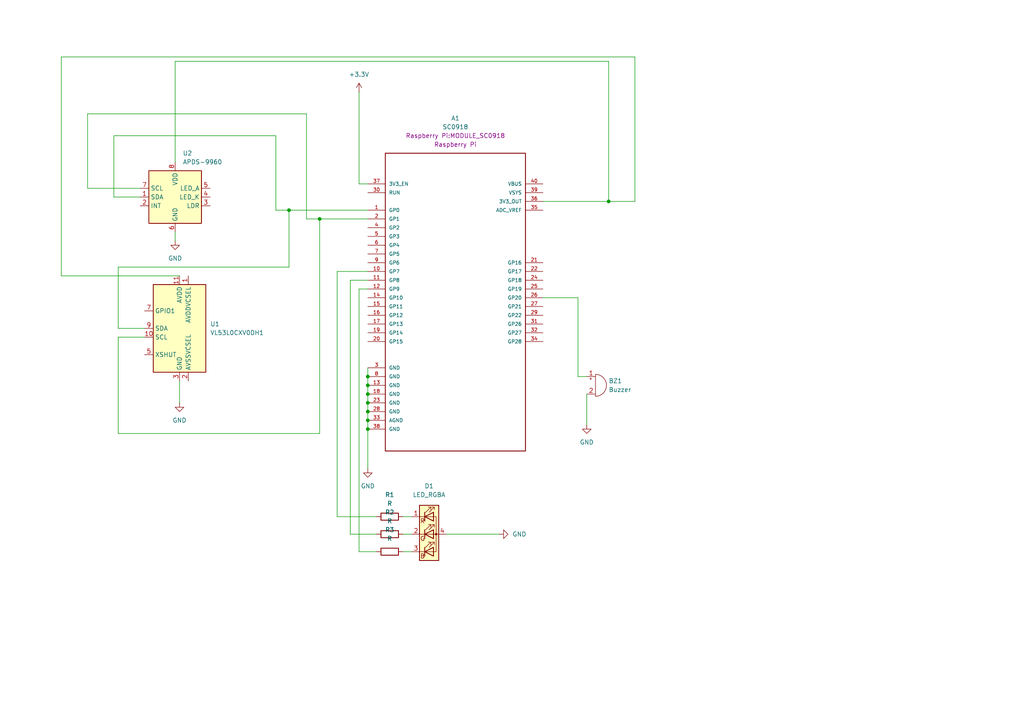
<source format=kicad_sch>
(kicad_sch (version 20231120) (generator "eeschema") (generator_version "8.0")
  (paper "A4")
  (lib_symbols
    (symbol "Device:Buzzer" (pin_names (offset 0.0254) hide)
      (property "Reference" "BZ" (at 3.81 1.27 0))
      (property "Value" "Buzzer" (at 3.81 -1.27 0))
      (symbol "Buzzer_0_1"
        (arc (start 0 -3.175) (mid 3.1612 0) (end 0 3.175))
        (polyline (pts (xy -1.651 1.905) (xy -1.143 1.905)))
        (polyline (pts (xy -1.397 2.159) (xy -1.397 1.651)))
        (polyline (pts (xy 0 3.175) (xy 0 -3.175)))
      )
      (symbol "Buzzer_1_1"
        (pin passive line (at -2.54 2.54 0) (length 2.54) (name "+") (number "1"))
        (pin passive line (at -2.54 -2.54 0) (length 2.54) (name "-") (number "2"))
      )
    )
    (symbol "Device:LED_RGBA" (pin_names (offset 0) hide)
      (property "Reference" "D" (at 0 9.398 0))
      (property "Value" "LED_RGBA" (at 0 -8.89 0))
      (symbol "LED_RGBA_0_0"
        (text "B" (at -1.905 -6.35 0) (effects (font (size 1.27 1.27))))
        (text "G" (at -1.905 -1.27 0) (effects (font (size 1.27 1.27))))
        (text "R" (at -1.905 3.81 0) (effects (font (size 1.27 1.27))))
      )
      (symbol "LED_RGBA_0_1"
        (polyline (pts (xy -1.27 -5.08) (xy -2.54 -5.08)))
        (polyline (pts (xy -1.27 -5.08) (xy 1.27 -5.08)))
        (polyline (pts (xy -1.27 -3.81) (xy -1.27 -6.35)) (stroke (width 0.254)))
        (polyline (pts (xy -1.27 0) (xy -2.54 0)))
        (polyline (pts (xy -1.27 1.27) (xy -1.27 -1.27)) (stroke (width 0.254)))
        (polyline (pts (xy -1.27 5.08) (xy -2.54 5.08)))
        (polyline (pts (xy -1.27 5.08) (xy 1.27 5.08)))
        (polyline (pts (xy -1.27 6.35) (xy -1.27 3.81)) (stroke (width 0.254)))
        (polyline (pts (xy 1.27 0) (xy -1.27 0)))
        (polyline (pts (xy 1.27 0) (xy 2.54 0)))
        (polyline (pts (xy -1.27 1.27) (xy -1.27 -1.27) (xy -1.27 -1.27)))
        (polyline (pts (xy -1.27 6.35) (xy -1.27 3.81) (xy -1.27 3.81)))
        (polyline (pts (xy 1.27 -5.08) (xy 2.032 -5.08) (xy 2.032 5.08) (xy 1.27 5.08)))
        (polyline (pts (xy 1.27 -3.81) (xy 1.27 -6.35) (xy -1.27 -5.08) (xy 1.27 -3.81)) (stroke (width 0.254)))
        (polyline (pts (xy 1.27 1.27) (xy 1.27 -1.27) (xy -1.27 0) (xy 1.27 1.27)) (stroke (width 0.254)))
        (polyline (pts (xy 1.27 6.35) (xy 1.27 3.81) (xy -1.27 5.08) (xy 1.27 6.35)) (stroke (width 0.254)))
        (polyline (pts (xy -1.016 -3.81) (xy 0.508 -2.286) (xy -0.254 -2.286) (xy 0.508 -2.286) (xy 0.508 -3.048)))
        (polyline (pts (xy -1.016 1.27) (xy 0.508 2.794) (xy -0.254 2.794) (xy 0.508 2.794) (xy 0.508 2.032)))
        (polyline (pts (xy -1.016 6.35) (xy 0.508 7.874) (xy -0.254 7.874) (xy 0.508 7.874) (xy 0.508 7.112)))
        (polyline (pts (xy 0 -3.81) (xy 1.524 -2.286) (xy 0.762 -2.286) (xy 1.524 -2.286) (xy 1.524 -3.048)))
        (polyline (pts (xy 0 1.27) (xy 1.524 2.794) (xy 0.762 2.794) (xy 1.524 2.794) (xy 1.524 2.032)))
        (polyline (pts (xy 0 6.35) (xy 1.524 7.874) (xy 0.762 7.874) (xy 1.524 7.874) (xy 1.524 7.112)))
        (rectangle (start 1.27 -1.27) (end 1.27 1.27))
        (rectangle (start 1.27 1.27) (end 1.27 1.27))
        (rectangle (start 1.27 3.81) (end 1.27 6.35))
        (rectangle (start 1.27 6.35) (end 1.27 6.35))
        (circle (center 2.032 0) (radius 0.254) (fill (type outline)))
        (rectangle (start 2.794 8.382) (end -2.794 -7.62) (stroke (width 0.254)) (fill (type background)))
      )
      (symbol "LED_RGBA_1_1"
        (pin passive line (at -5.08 5.08 0) (length 2.54) (name "RK") (number "1"))
        (pin passive line (at -5.08 0 0) (length 2.54) (name "GK") (number "2"))
        (pin passive line (at -5.08 -5.08 0) (length 2.54) (name "BK") (number "3"))
        (pin passive line (at 5.08 0 180) (length 2.54) (name "A") (number "4"))
      )
    )
    (symbol "Device:R" (pin_numbers hide) (pin_names (offset 0))
      (property "Reference" "R" (at 2.032 0 90))
      (property "Value" "R" (at 0 0 90))
      (symbol "R_0_1"
        (rectangle (start -1.016 -2.54) (end 1.016 2.54) (stroke (width 0.254)))
      )
      (symbol "R_1_1"
        (pin passive line (at 0 3.81 270) (length 1.27) (name "~") (number "1"))
        (pin passive line (at 0 -3.81 90) (length 1.27) (name "~") (number "2"))
      )
    )
    (symbol "Raspberry_Pi_Pico_W_SC0918:SC0918" (pin_names (offset 1.016))
      (property "Reference" "A1" (at 0 58.42 0))
      (property "Value" "SC0918" (at 0 55.88 0))
      (property "Footprint" "Raspberry Pi:MODULE_SC0918" (at -12.7 -46.99 0))
      (property "manufacturer" "Raspberry Pi" (at 0 53.34 0))
      (symbol "SC0918_0_0"
        (rectangle (start -20.32 -43.18) (end 20.32 43.18) (stroke (width 0.254)))
        (pin bidirectional line (at -25.4 26.67 0) (length 5.08) (name "GP0") (number "1"))
        (pin bidirectional line (at -25.4 8.89 0) (length 5.08) (name "GP7") (number "10"))
        (pin bidirectional line (at -25.4 6.35 0) (length 5.08) (name "GP8") (number "11"))
        (pin bidirectional line (at -25.4 3.81 0) (length 5.08) (name "GP9") (number "12"))
        (pin power_in line (at -25.4 -24.13 0) (length 5.08) (name "GND") (number "13"))
        (pin bidirectional line (at -25.4 1.27 0) (length 5.08) (name "GP10") (number "14"))
        (pin bidirectional line (at -25.4 -1.27 0) (length 5.08) (name "GP11") (number "15"))
        (pin bidirectional line (at -25.4 -3.81 0) (length 5.08) (name "GP12") (number "16"))
        (pin bidirectional line (at -25.4 -6.35 0) (length 5.08) (name "GP13") (number "17"))
        (pin power_in line (at -25.4 -26.67 0) (length 5.08) (name "GND") (number "18"))
        (pin bidirectional line (at -25.4 -8.89 0) (length 5.08) (name "GP14") (number "19"))
        (pin bidirectional line (at -25.4 24.13 0) (length 5.08) (name "GP1") (number "2"))
        (pin bidirectional line (at -25.4 -11.43 0) (length 5.08) (name "GP15") (number "20"))
        (pin bidirectional line (at 25.4 11.43 180) (length 5.08) (name "GP16") (number "21"))
        (pin bidirectional line (at 25.4 8.89 180) (length 5.08) (name "GP17") (number "22"))
        (pin power_in line (at -25.4 -29.21 0) (length 5.08) (name "GND") (number "23"))
        (pin bidirectional line (at 25.4 6.35 180) (length 5.08) (name "GP18") (number "24"))
        (pin bidirectional line (at 25.4 3.81 180) (length 5.08) (name "GP19") (number "25"))
        (pin bidirectional line (at 25.4 1.27 180) (length 5.08) (name "GP20") (number "26"))
        (pin bidirectional line (at 25.4 -1.27 180) (length 5.08) (name "GP21") (number "27"))
        (pin power_in line (at -25.4 -31.75 0) (length 5.08) (name "GND") (number "28"))
        (pin bidirectional line (at 25.4 -3.81 180) (length 5.08) (name "GP22") (number "29"))
        (pin power_in line (at -25.4 -19.05 0) (length 5.08) (name "GND") (number "3"))
        (pin input line (at -25.4 31.75 0) (length 5.08) (name "RUN") (number "30"))
        (pin bidirectional line (at 25.4 -6.35 180) (length 5.08) (name "GP26") (number "31"))
        (pin bidirectional line (at 25.4 -8.89 180) (length 5.08) (name "GP27") (number "32"))
        (pin power_in line (at -25.4 -34.29 0) (length 5.08) (name "AGND") (number "33"))
        (pin bidirectional line (at 25.4 -11.43 180) (length 5.08) (name "GP28") (number "34"))
        (pin power_in line (at 25.4 26.67 180) (length 5.08) (name "ADC_VREF") (number "35"))
        (pin power_in line (at 25.4 29.21 180) (length 5.08) (name "3V3_OUT") (number "36"))
        (pin input line (at -25.4 34.29 0) (length 5.08) (name "3V3_EN") (number "37"))
        (pin power_in line (at -25.4 -36.83 0) (length 5.08) (name "GND") (number "38"))
        (pin free line (at 25.4 31.75 180) (length 5.08) (name "VSYS") (number "39"))
        (pin bidirectional line (at -25.4 21.59 0) (length 5.08) (name "GP2") (number "4"))
        (pin free line (at 25.4 34.29 180) (length 5.08) (name "VBUS") (number "40"))
        (pin bidirectional line (at -25.4 19.05 0) (length 5.08) (name "GP3") (number "5"))
        (pin bidirectional line (at -25.4 16.51 0) (length 5.08) (name "GP4") (number "6"))
        (pin bidirectional line (at -25.4 13.97 0) (length 5.08) (name "GP5") (number "7"))
        (pin power_in line (at -25.4 -21.59 0) (length 5.08) (name "GND") (number "8"))
        (pin bidirectional line (at -25.4 11.43 0) (length 5.08) (name "GP6") (number "9"))
      )
    )
    (symbol "Sensor:APDS-9960"
      (property "Reference" "U" (at -5.08 8.89 0))
      (property "Value" "APDS-9960" (at 6.35 8.89 0))
      (symbol "APDS-9960_0_1"
        (rectangle (start -7.62 7.62) (end 7.62 -7.62) (stroke (width 0.254)) (fill (type background)))
      )
      (symbol "APDS-9960_1_1"
        (pin bidirectional line (at -10.16 0 0) (length 2.54) (name "SDA") (number "1"))
        (pin open_collector line (at -10.16 -2.54 0) (length 2.54) (name "INT") (number "2"))
        (pin passive line (at 10.16 -2.54 180) (length 2.54) (name "LDR") (number "3"))
        (pin passive line (at 10.16 0 180) (length 2.54) (name "LED_K") (number "4"))
        (pin passive line (at 10.16 2.54 180) (length 2.54) (name "LED_A") (number "5"))
        (pin power_in line (at 0 -10.16 90) (length 2.54) (name "GND") (number "6"))
        (pin input line (at -10.16 2.54 0) (length 2.54) (name "SCL") (number "7"))
        (pin power_in line (at 0 10.16 270) (length 2.54) (name "VDD") (number "8"))
      )
    )
    (symbol "Sensor_Distance:VL53L0CXV0DH1"
      (property "Reference" "U" (at -6.35 13.97 0))
      (property "Value" "VL53L0CXV0DH1" (at 12.065 13.97 0))
      (symbol "VL53L0CXV0DH1_0_1"
        (rectangle (start -7.62 12.7) (end 7.62 -12.7) (stroke (width 0.254)) (fill (type background)))
      )
      (symbol "VL53L0CXV0DH1_1_1"
        (pin power_in line (at 2.54 15.24 270) (length 2.54) (name "AVDDVCSEL") (number "1"))
        (pin input line (at -10.16 -2.54 0) (length 2.54) (name "SCL") (number "10"))
        (pin power_in line (at 0 15.24 270) (length 2.54) (name "AVDD") (number "11"))
        (pin passive line (at 0 -15.24 90) (length 2.54) hide (name "GND") (number "12"))
        (pin power_in line (at 2.54 -15.24 90) (length 2.54) (name "AVSSVCSEL") (number "2"))
        (pin power_in line (at 0 -15.24 90) (length 2.54) (name "GND") (number "3"))
        (pin passive line (at 0 -15.24 90) (length 2.54) hide (name "GND") (number "4"))
        (pin input line (at -10.16 -7.62 0) (length 2.54) (name "XSHUT") (number "5"))
        (pin passive line (at 0 -15.24 90) (length 2.54) hide (name "GND") (number "6"))
        (pin open_collector line (at -10.16 5.08 0) (length 2.54) (name "GPIO1") (number "7"))
        (pin no_connect line (at -7.62 7.62 0) (length 2.54) hide (name "DNC") (number "8"))
        (pin bidirectional line (at -10.16 0 0) (length 2.54) (name "SDA") (number "9"))
      )
    )
    (symbol "power:+3.3V" (power) (pin_numbers hide) (pin_names (offset 0) hide)
      (property "Value" "+3.3V" (at 0 3.556 0))
      (symbol "+3.3V_0_1"
        (polyline (pts (xy -0.762 1.27) (xy 0 2.54)))
        (polyline (pts (xy 0 0) (xy 0 2.54)))
        (polyline (pts (xy 0 2.54) (xy 0.762 1.27)))
      )
      (symbol "+3.3V_1_1"
        (pin power_in line (at 0 0 90) (length 0) (name "~") (number "1"))
      )
    )
    (symbol "power:GND" (power) (pin_numbers hide) (pin_names (offset 0) hide)
      (property "Value" "GND" (at 0 -3.81 0))
      (symbol "GND_0_1"
        (polyline (pts (xy 0 0) (xy 0 -1.27) (xy 1.27 -1.27) (xy 0 -2.54) (xy -1.27 -1.27) (xy 0 -1.27)))
      )
      (symbol "GND_1_1"
        (pin power_in line (at 0 0 270) (length 0) (name "~") (number "1"))
      )
    )
  )
  (junction (at 176.53 58.42))
  (junction (at 106.68 119.38))
  (junction (at 106.68 116.84))
  (junction (at 92.71 63.5))
  (junction (at 106.68 109.22))
  (junction (at 83.82 60.96))
  (junction (at 106.68 124.46))
  (junction (at 106.68 121.92))
  (junction (at 106.68 114.3))
  (junction (at 106.68 111.76))
  (wire (pts (xy 25.4 54.61) (xy 25.4 33.02)))
  (wire (pts (xy 106.68 116.84) (xy 106.68 119.38)))
  (wire (pts (xy 40.64 54.61) (xy 25.4 54.61)))
  (wire (pts (xy 101.6 154.94) (xy 101.6 81.28)))
  (wire (pts (xy 17.78 16.51) (xy 184.15 16.51)))
  (wire (pts (xy 34.29 95.25) (xy 34.29 77.47)))
  (wire (pts (xy 52.07 80.01) (xy 17.78 80.01)))
  (wire (pts (xy 106.68 124.46) (xy 106.68 135.89)))
  (wire (pts (xy 106.68 121.92) (xy 106.68 124.46)))
  (wire (pts (xy 50.8 17.78) (xy 176.53 17.78)))
  (wire (pts (xy 50.8 46.99) (xy 50.8 17.78)))
  (wire (pts (xy 167.64 86.36) (xy 167.64 109.22)))
  (wire (pts (xy 170.18 114.3) (xy 170.18 123.19)))
  (wire (pts (xy 88.9 63.5) (xy 92.71 63.5)))
  (wire (pts (xy 176.53 58.42) (xy 157.48 58.42)))
  (wire (pts (xy 184.15 16.51) (xy 184.15 58.42)))
  (wire (pts (xy 176.53 17.78) (xy 176.53 58.42)))
  (wire (pts (xy 116.84 154.94) (xy 119.38 154.94)))
  (wire (pts (xy 106.68 119.38) (xy 106.68 121.92)))
  (wire (pts (xy 83.82 60.96) (xy 106.68 60.96)))
  (wire (pts (xy 34.29 125.73) (xy 92.71 125.73)))
  (wire (pts (xy 97.79 149.86) (xy 97.79 78.74)))
  (wire (pts (xy 80.01 39.37) (xy 80.01 60.96)))
  (wire (pts (xy 167.64 109.22) (xy 170.18 109.22)))
  (wire (pts (xy 41.91 95.25) (xy 34.29 95.25)))
  (wire (pts (xy 116.84 160.02) (xy 119.38 160.02)))
  (wire (pts (xy 104.14 83.82) (xy 106.68 83.82)))
  (wire (pts (xy 34.29 77.47) (xy 83.82 77.47)))
  (wire (pts (xy 92.71 125.73) (xy 92.71 63.5)))
  (wire (pts (xy 184.15 58.42) (xy 176.53 58.42)))
  (wire (pts (xy 109.22 149.86) (xy 97.79 149.86)))
  (wire (pts (xy 104.14 53.34) (xy 104.14 26.67)))
  (wire (pts (xy 97.79 78.74) (xy 106.68 78.74)))
  (wire (pts (xy 129.54 154.94) (xy 144.78 154.94)))
  (wire (pts (xy 101.6 81.28) (xy 106.68 81.28)))
  (wire (pts (xy 34.29 97.79) (xy 34.29 125.73)))
  (wire (pts (xy 17.78 80.01) (xy 17.78 16.51)))
  (wire (pts (xy 106.68 106.68) (xy 106.68 109.22)))
  (wire (pts (xy 41.91 97.79) (xy 34.29 97.79)))
  (wire (pts (xy 106.68 109.22) (xy 106.68 111.76)))
  (wire (pts (xy 33.02 57.15) (xy 33.02 39.37)))
  (wire (pts (xy 92.71 63.5) (xy 106.68 63.5)))
  (wire (pts (xy 52.07 110.49) (xy 52.07 116.84)))
  (wire (pts (xy 25.4 33.02) (xy 88.9 33.02)))
  (wire (pts (xy 157.48 86.36) (xy 167.64 86.36)))
  (wire (pts (xy 40.64 57.15) (xy 33.02 57.15)))
  (wire (pts (xy 109.22 154.94) (xy 101.6 154.94)))
  (wire (pts (xy 104.14 160.02) (xy 104.14 83.82)))
  (wire (pts (xy 80.01 60.96) (xy 83.82 60.96)))
  (wire (pts (xy 106.68 53.34) (xy 104.14 53.34)))
  (wire (pts (xy 88.9 33.02) (xy 88.9 63.5)))
  (wire (pts (xy 83.82 77.47) (xy 83.82 60.96)))
  (wire (pts (xy 33.02 39.37) (xy 80.01 39.37)))
  (wire (pts (xy 106.68 111.76) (xy 106.68 114.3)))
  (wire (pts (xy 109.22 160.02) (xy 104.14 160.02)))
  (wire (pts (xy 106.68 114.3) (xy 106.68 116.84)))
  (wire (pts (xy 116.84 149.86) (xy 119.38 149.86)))
  (wire (pts (xy 50.8 67.31) (xy 50.8 69.85)))
  (symbol (lib_id "Device:R") (at 113.03 160.02 90) (unit 1)
    (property "Reference" "R3" (at 113.03 153.67 90))
    (property "Value" "R" (at 113.03 156.21 90))
    (property "Description" "Resistor" (effects (hide yes)))
  )
  (symbol (lib_id "power:GND") (at 52.07 116.84 0) (unit 1)
    (property "Reference" "#PWR04" (effects (hide yes)))
    (property "Value" "GND" (at 52.07 121.92 0))
    (property "Description" "Power symbol creates a global label with name \"GND\" , ground" (effects (hide yes)))
  )
  (symbol (lib_id "power:GND") (at 170.18 123.19 0) (unit 1)
    (property "Reference" "#PWR06" (effects (hide yes)))
    (property "Value" "GND" (at 170.18 128.27 0))
    (property "Description" "Power symbol creates a global label with name \"GND\" , ground" (effects (hide yes)))
  )
  (symbol (lib_id "power:GND") (at 50.8 69.85 0) (unit 1)
    (property "Reference" "#PWR03" (effects (hide yes)))
    (property "Value" "GND" (at 50.8 74.93 0))
    (property "Description" "Power symbol creates a global label with name \"GND\" , ground" (effects (hide yes)))
  )
  (symbol (lib_id "power:GND") (at 106.68 135.89 0) (unit 1)
    (property "Reference" "#PWR01" (effects (hide yes)))
    (property "Value" "GND" (at 106.68 140.97 0))
    (property "Description" "Power symbol creates a global label with name \"GND\" , ground" (effects (hide yes)))
  )
  (symbol (lib_id "Device:Buzzer") (at 172.72 111.76 0) (unit 1)
    (property "Reference" "BZ1" (at 176.53 110.4899 0) (effects (justify left)))
    (property "Value" "Buzzer" (at 176.53 113.0299 0) (effects (justify left)))
    (property "Description" "Buzzer, polarized" (effects (hide yes)))
  )
  (symbol (lib_id "power:GND") (at 144.78 154.94 90) (unit 1)
    (property "Reference" "#PWR05" (effects (hide yes)))
    (property "Value" "GND" (at 148.59 154.9399 90) (effects (justify right)))
    (property "Description" "Power symbol creates a global label with name \"GND\" , ground" (effects (hide yes)))
  )
  (symbol (lib_id "Sensor_Distance:VL53L0CXV0DH1") (at 52.07 95.25 0) (unit 1)
    (property "Reference" "U1" (at 60.96 93.9799 0) (effects (justify left)))
    (property "Value" "VL53L0CXV0DH1" (at 60.96 96.5199 0) (effects (justify left)))
    (property "Footprint" "Sensor_Distance:ST_VL53L1x" (effects (hide yes)))
    (property "Datasheet" "https://www.st.com/resource/en/datasheet/vl53l0x.pdf" (effects (hide yes)))
    (property "Description" "2m distance ranging ToF sensor, Optical LGA12" (effects (hide yes)))
  )
  (symbol (lib_id "Device:LED_RGBA") (at 124.46 154.94 0) (unit 1)
    (property "Reference" "D1" (at 124.46 140.97 0))
    (property "Value" "LED_RGBA" (at 124.46 143.51 0))
    (property "Description" "RGB LED, red/green/blue/anode" (effects (hide yes)))
  )
  (symbol (lib_id "Sensor:APDS-9960") (at 50.8 57.15 0) (unit 1)
    (property "Reference" "U2" (at 52.9941 44.45 0) (effects (justify left)))
    (property "Value" "APDS-9960" (at 52.9941 46.99 0) (effects (justify left)))
    (property "Footprint" "Sensor:Avago_APDS-9960" (effects (hide yes)))
    (property "Datasheet" "https://docs.broadcom.com/doc/AV02-4191EN" (effects (hide yes)))
    (property "Description" "Digital Proximity, Ambient Light, RGB and Gesture Sensor" (effects (hide yes)))
  )
  (symbol (lib_id "Device:R") (at 113.03 149.86 90) (unit 1)
    (property "Reference" "R1" (at 113.03 143.51 90))
    (property "Value" "R" (at 113.03 146.05 90))
    (property "Description" "Resistor" (effects (hide yes)))
  )
  (symbol (lib_id "power:+3.3V") (at 104.14 26.67 0) (unit 1)
    (property "Reference" "#PWR02" (effects (hide yes)))
    (property "Value" "+3.3V" (at 104.14 21.59 0))
    (property "Description" "Power symbol creates a global label with name \"+3.3V\"" (effects (hide yes)))
  )
  (symbol (lib_id "Device:R") (at 113.03 154.94 90) (unit 1)
    (property "Reference" "R2" (at 113.03 148.59 90))
    (property "Value" "R" (at 113.03 151.13 90))
    (property "Description" "Resistor" (effects (hide yes)))
  )
  (symbol (lib_id "Raspberry_Pi_Pico_W_SC0918:SC0918") (at 132.08 87.63 0) (unit 1)
    (property "Reference" "A1" (at 132.08 34.29 0))
    (property "Value" "SC0918" (at 132.08 36.83 0))
    (property "Footprint" "Raspberry Pi:MODULE_SC0918" (at 132.08 39.37 0))
    (property "Datasheet" "https://datasheets.raspberrypi.com/picow/pico-w-datasheet.pdf" (effects (hide yes)))
    (property "manufacturer" "Raspberry Pi" (at 132.08 41.91 0))
    (property "P/N" "SC0918" (effects (hide yes)))
    (property "PARTREV" "1.6" (effects (hide yes)))
    (property "MAXIMUM_PACKAGE_HEIGHT" "3.73mm" (effects (hide yes)))
  )
)
</source>
